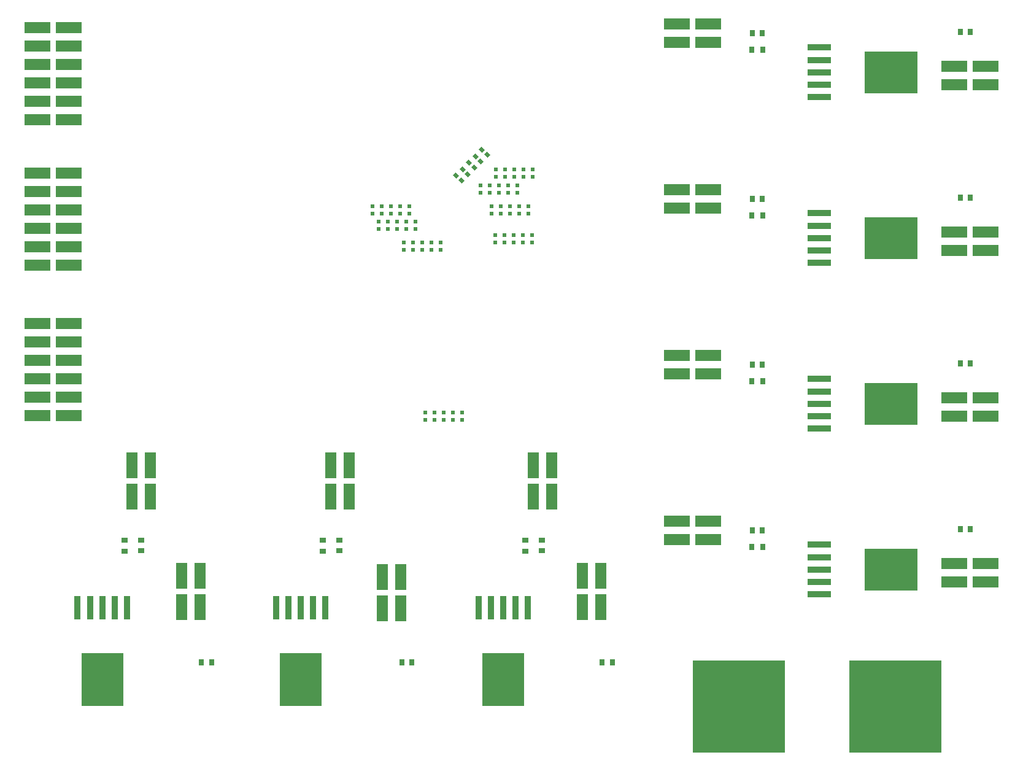
<source format=gtp>
G04*
G04 #@! TF.GenerationSoftware,Altium Limited,Altium Designer,21.2.2 (38)*
G04*
G04 Layer_Color=8421504*
%FSLAX25Y25*%
%MOIN*%
G70*
G04*
G04 #@! TF.SameCoordinates,7CE423D0-DD0A-4659-BC9C-6402AB630EF7*
G04*
G04*
G04 #@! TF.FilePolarity,Positive*
G04*
G01*
G75*
%ADD16R,0.05906X0.14000*%
%ADD17R,0.14000X0.05906*%
%ADD18R,0.01968X0.02362*%
G04:AMPARAMS|DCode=19|XSize=19.68mil|YSize=23.62mil|CornerRadius=0mil|HoleSize=0mil|Usage=FLASHONLY|Rotation=45.000|XOffset=0mil|YOffset=0mil|HoleType=Round|Shape=Rectangle|*
%AMROTATEDRECTD19*
4,1,4,0.00139,-0.01531,-0.01531,0.00139,-0.00139,0.01531,0.01531,-0.00139,0.00139,-0.01531,0.0*
%
%ADD19ROTATEDRECTD19*%

%ADD20R,0.50000X0.50000*%
%ADD21R,0.22638X0.29134*%
%ADD22R,0.03740X0.12598*%
%ADD23R,0.29134X0.22638*%
%ADD24R,0.12598X0.03740*%
%ADD25R,0.03150X0.03543*%
%ADD26R,0.02756X0.03543*%
%ADD27R,0.03543X0.03150*%
%ADD28R,0.03543X0.02756*%
D16*
X201500Y154731D02*
D03*
X191500D02*
D03*
Y171731D02*
D03*
X201500D02*
D03*
X93800Y154731D02*
D03*
X83800D02*
D03*
Y171731D02*
D03*
X93800D02*
D03*
X328328Y94731D02*
D03*
X338328D02*
D03*
Y111731D02*
D03*
X328328D02*
D03*
X219548Y93900D02*
D03*
X229548D02*
D03*
Y110900D02*
D03*
X219548D02*
D03*
X110767Y94731D02*
D03*
X120767D02*
D03*
Y111731D02*
D03*
X110767D02*
D03*
X311528Y171731D02*
D03*
X301528D02*
D03*
Y154731D02*
D03*
X311528D02*
D03*
D17*
X49200Y280555D02*
D03*
X32200D02*
D03*
X49200Y290555D02*
D03*
X32200D02*
D03*
X49200Y300555D02*
D03*
X32200D02*
D03*
X49200Y310555D02*
D03*
X32200D02*
D03*
X49200Y320555D02*
D03*
X32200D02*
D03*
X49200Y330555D02*
D03*
X32200D02*
D03*
X49200Y198647D02*
D03*
X32200D02*
D03*
X49200Y208647D02*
D03*
X32200D02*
D03*
X49200Y218647D02*
D03*
X32200D02*
D03*
X49200Y228647D02*
D03*
X32200D02*
D03*
X49200Y238647D02*
D03*
X32200D02*
D03*
X49200Y248647D02*
D03*
X32200D02*
D03*
X49200Y359555D02*
D03*
X32200D02*
D03*
X49200Y369555D02*
D03*
X32200D02*
D03*
X49200Y379555D02*
D03*
X32200D02*
D03*
X49200Y389555D02*
D03*
X32200D02*
D03*
X49200Y399555D02*
D03*
X32200D02*
D03*
X49200Y409555D02*
D03*
X32200D02*
D03*
X547400Y108400D02*
D03*
Y118400D02*
D03*
X530400D02*
D03*
Y108400D02*
D03*
X547400Y288400D02*
D03*
Y298400D02*
D03*
X530400D02*
D03*
Y288400D02*
D03*
X547400Y378400D02*
D03*
Y388400D02*
D03*
X530400D02*
D03*
Y378400D02*
D03*
X379734Y141500D02*
D03*
Y131500D02*
D03*
X396734D02*
D03*
Y141500D02*
D03*
X379734Y231500D02*
D03*
Y221500D02*
D03*
X396734D02*
D03*
Y231500D02*
D03*
X379734Y321500D02*
D03*
Y311500D02*
D03*
X396734D02*
D03*
Y321500D02*
D03*
X379734Y411500D02*
D03*
Y401500D02*
D03*
X396734D02*
D03*
Y411500D02*
D03*
X547400Y198400D02*
D03*
Y208400D02*
D03*
X530400D02*
D03*
Y198400D02*
D03*
D18*
X243000Y196468D02*
D03*
Y200468D02*
D03*
X231301Y288631D02*
D03*
Y292631D02*
D03*
X301101Y296631D02*
D03*
Y292631D02*
D03*
X299101Y308531D02*
D03*
Y312531D02*
D03*
X214333Y308385D02*
D03*
Y312386D02*
D03*
X253000Y196468D02*
D03*
Y200468D02*
D03*
X236301Y288631D02*
D03*
Y292631D02*
D03*
X296101Y296631D02*
D03*
Y292631D02*
D03*
X294101Y308531D02*
D03*
Y312531D02*
D03*
X219333Y308385D02*
D03*
Y312386D02*
D03*
X248000Y196468D02*
D03*
Y200468D02*
D03*
X241301Y288631D02*
D03*
Y292631D02*
D03*
X291101Y296631D02*
D03*
Y292631D02*
D03*
X289101Y308531D02*
D03*
Y312531D02*
D03*
X224333Y308385D02*
D03*
Y312386D02*
D03*
X258000Y196468D02*
D03*
Y200468D02*
D03*
X246301Y288631D02*
D03*
Y292631D02*
D03*
X286101Y296631D02*
D03*
Y292631D02*
D03*
X284101Y308531D02*
D03*
Y312531D02*
D03*
X229333Y308385D02*
D03*
Y312386D02*
D03*
X263000Y196468D02*
D03*
Y200468D02*
D03*
X251301Y288631D02*
D03*
Y292631D02*
D03*
X281101Y296631D02*
D03*
Y292631D02*
D03*
X279101Y308531D02*
D03*
Y312531D02*
D03*
X234333Y308385D02*
D03*
Y312386D02*
D03*
X237635Y300029D02*
D03*
Y304029D02*
D03*
X232635D02*
D03*
Y300029D02*
D03*
X227635D02*
D03*
Y304029D02*
D03*
X222635D02*
D03*
Y300029D02*
D03*
X217635D02*
D03*
Y304029D02*
D03*
X273117Y323767D02*
D03*
Y319767D02*
D03*
X278117D02*
D03*
Y323767D02*
D03*
X283117D02*
D03*
Y319767D02*
D03*
X288117D02*
D03*
Y323767D02*
D03*
X293117D02*
D03*
Y319767D02*
D03*
X281420Y328427D02*
D03*
Y332427D02*
D03*
X286420D02*
D03*
Y328427D02*
D03*
X291420D02*
D03*
Y332427D02*
D03*
X296420D02*
D03*
Y328427D02*
D03*
X301420D02*
D03*
Y332427D02*
D03*
D19*
X276529Y340231D02*
D03*
X273701Y343059D02*
D03*
X273029Y336731D02*
D03*
X270201Y339559D02*
D03*
X269529Y333231D02*
D03*
X266701Y336059D02*
D03*
X266029Y329731D02*
D03*
X263201Y332559D02*
D03*
X262529Y326231D02*
D03*
X259701Y329059D02*
D03*
D20*
X413300Y40700D02*
D03*
X498300D02*
D03*
D21*
X285228Y55376D02*
D03*
X175200Y55376D02*
D03*
X67500D02*
D03*
D22*
X271843Y94353D02*
D03*
X278535D02*
D03*
X285228D02*
D03*
X291921D02*
D03*
X298614D02*
D03*
X161814Y94353D02*
D03*
X168507D02*
D03*
X175200D02*
D03*
X181893D02*
D03*
X188586D02*
D03*
X54114D02*
D03*
X60807D02*
D03*
X67500D02*
D03*
X74193D02*
D03*
X80886D02*
D03*
D23*
X496089Y115200D02*
D03*
Y205200D02*
D03*
X496089Y295200D02*
D03*
Y385200D02*
D03*
D24*
X457112Y101814D02*
D03*
Y108507D02*
D03*
Y115200D02*
D03*
Y121893D02*
D03*
Y128586D02*
D03*
Y191814D02*
D03*
Y198507D02*
D03*
Y205200D02*
D03*
Y211893D02*
D03*
Y218586D02*
D03*
X457112Y281814D02*
D03*
Y288507D02*
D03*
Y295200D02*
D03*
Y301893D02*
D03*
Y308586D02*
D03*
Y371814D02*
D03*
Y378507D02*
D03*
Y385200D02*
D03*
Y391893D02*
D03*
Y398586D02*
D03*
D25*
X533479Y407200D02*
D03*
X538990D02*
D03*
Y227200D02*
D03*
X533479D02*
D03*
X538990Y317200D02*
D03*
X533479D02*
D03*
X420535Y226400D02*
D03*
X426046D02*
D03*
X426046Y316400D02*
D03*
X420535D02*
D03*
Y406400D02*
D03*
X426046D02*
D03*
X533479Y137200D02*
D03*
X538990D02*
D03*
X420535Y136400D02*
D03*
X426046D02*
D03*
X339072Y64700D02*
D03*
X344584D02*
D03*
X235720D02*
D03*
X230208D02*
D03*
X126856D02*
D03*
X121344D02*
D03*
D26*
X420338Y217400D02*
D03*
X426243D02*
D03*
X426243Y307400D02*
D03*
X420338D02*
D03*
Y397400D02*
D03*
X426243D02*
D03*
X420338Y127400D02*
D03*
X426243D02*
D03*
D27*
X196400Y130931D02*
D03*
Y125419D02*
D03*
X88700Y130931D02*
D03*
Y125419D02*
D03*
X306428Y130931D02*
D03*
Y125419D02*
D03*
D28*
X187400Y131128D02*
D03*
Y125222D02*
D03*
X297428Y125222D02*
D03*
Y131128D02*
D03*
X79700Y131128D02*
D03*
Y125222D02*
D03*
M02*

</source>
